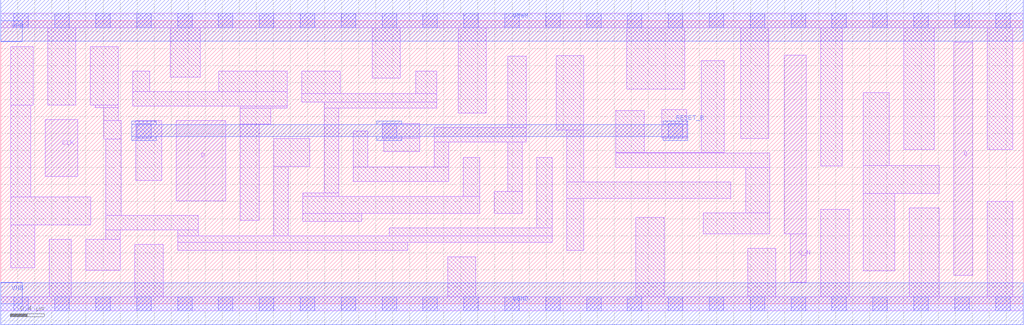
<source format=lef>
# Copyright 2020 The SkyWater PDK Authors
#
# Licensed under the Apache License, Version 2.0 (the "License");
# you may not use this file except in compliance with the License.
# You may obtain a copy of the License at
#
#     https://www.apache.org/licenses/LICENSE-2.0
#
# Unless required by applicable law or agreed to in writing, software
# distributed under the License is distributed on an "AS IS" BASIS,
# WITHOUT WARRANTIES OR CONDITIONS OF ANY KIND, either express or implied.
# See the License for the specific language governing permissions and
# limitations under the License.
#
# SPDX-License-Identifier: Apache-2.0

VERSION 5.5 ;
NAMESCASESENSITIVE ON ;
BUSBITCHARS "[]" ;
DIVIDERCHAR "/" ;
MACRO sky130_fd_sc_lp__dfrbp_2
  CLASS CORE ;
  SOURCE USER ;
  ORIGIN  0.000000  0.000000 ;
  SIZE 12 BY  3.330000 ;
  SYMMETRY R90 ;
  SITE unit ;
  PIN D
    ANTENNAGATEAREA  0.126000 ;
    DIRECTION INPUT ;
    USE SIGNAL ;
    PORT
      LAYER li1 ;
        RECT 2.060000 1.210000 2.640000 2.155000 ;
    END
  END D
  PIN Q
    ANTENNADIFFAREA  0.588000 ;
    DIRECTION OUTPUT ;
    USE SIGNAL ;
    PORT
      LAYER li1 ;
        RECT 11.185000 0.335000 11.410000 3.075000 ;
    END
  END Q
  PIN Q_N
    ANTENNADIFFAREA  0.588000 ;
    DIRECTION OUTPUT ;
    USE SIGNAL ;
    PORT
      LAYER li1 ;
        RECT 9.195000 0.820000 9.455000 2.920000 ;
        RECT 9.265000 0.255000 9.455000 0.820000 ;
    END
  END Q_N
  PIN RESET_B
    ANTENNAGATEAREA  0.378000 ;
    DIRECTION INPUT ;
    USE SIGNAL ;
    PORT
      LAYER met1 ;
        RECT 1.535000 1.920000 1.825000 1.965000 ;
        RECT 1.535000 1.965000 8.065000 2.105000 ;
        RECT 1.535000 2.105000 1.825000 2.150000 ;
        RECT 4.415000 1.920000 4.705000 1.965000 ;
        RECT 4.415000 2.105000 4.705000 2.150000 ;
        RECT 7.775000 1.920000 8.065000 1.965000 ;
        RECT 7.775000 2.105000 8.065000 2.150000 ;
    END
  END RESET_B
  PIN CLK
    ANTENNAGATEAREA  0.159000 ;
    DIRECTION INPUT ;
    USE CLOCK ;
    PORT
      LAYER li1 ;
        RECT 0.525000 1.495000 0.905000 2.165000 ;
    END
  END CLK
  PIN VGND
    DIRECTION INOUT ;
    USE GROUND ;
    PORT
      LAYER met1 ;
        RECT 0.000000 -0.245000 12.000000 0.245000 ;
    END
  END VGND
  PIN VNB
    DIRECTION INOUT ;
    USE GROUND ;
    PORT
    END
  END VNB
  PIN VPB
    DIRECTION INOUT ;
    USE POWER ;
    PORT
    END
  END VPB
  PIN VNB
    DIRECTION INOUT ;
    USE GROUND ;
    PORT
      LAYER met1 ;
        RECT 0.000000 0.000000 0.250000 0.250000 ;
    END
  END VNB
  PIN VPB
    DIRECTION INOUT ;
    USE POWER ;
    PORT
      LAYER met1 ;
        RECT 0.000000 3.080000 0.250000 3.330000 ;
    END
  END VPB
  PIN VPWR
    DIRECTION INOUT ;
    USE POWER ;
    PORT
      LAYER met1 ;
        RECT 0.000000 3.085000 12.000000 3.575000 ;
    END
  END VPWR
  OBS
    LAYER li1 ;
      RECT  0.000000 -0.085000 12.000000 0.085000 ;
      RECT  0.000000  3.245000 12.000000 3.415000 ;
      RECT  0.120000  0.425000  0.400000 0.925000 ;
      RECT  0.120000  0.925000  1.055000 1.255000 ;
      RECT  0.120000  1.255000  0.355000 2.335000 ;
      RECT  0.120000  2.335000  0.380000 3.020000 ;
      RECT  0.550000  2.335000  0.880000 3.245000 ;
      RECT  0.570000  0.085000  0.830000 0.755000 ;
      RECT  1.000000  0.395000  1.405000 0.755000 ;
      RECT  1.050000  2.335000  1.380000 3.020000 ;
      RECT  1.110000  2.305000  1.380000 2.335000 ;
      RECT  1.210000  1.935000  1.415000 2.155000 ;
      RECT  1.210000  2.155000  1.380000 2.305000 ;
      RECT  1.235000  0.755000  1.405000 0.870000 ;
      RECT  1.235000  0.870000  2.315000 1.040000 ;
      RECT  1.235000  1.040000  1.415000 1.935000 ;
      RECT  1.550000  2.325000  3.365000 2.495000 ;
      RECT  1.550000  2.495000  1.750000 2.735000 ;
      RECT  1.575000  0.085000  1.905000 0.700000 ;
      RECT  1.585000  1.450000  1.890000 2.155000 ;
      RECT  1.990000  2.665000  2.340000 3.245000 ;
      RECT  2.075000  0.630000  4.775000 0.720000 ;
      RECT  2.075000  0.720000  6.470000 0.800000 ;
      RECT  2.075000  0.800000  2.315000 0.870000 ;
      RECT  2.560000  2.495000  3.365000 2.735000 ;
      RECT  2.810000  0.980000  3.035000 2.115000 ;
      RECT  2.810000  2.115000  3.170000 2.300000 ;
      RECT  2.810000  2.300000  3.365000 2.325000 ;
      RECT  3.205000  0.800000  3.375000 1.615000 ;
      RECT  3.205000  1.615000  3.625000 1.945000 ;
      RECT  3.535000  2.370000  5.115000 2.470000 ;
      RECT  3.535000  2.470000  3.985000 2.735000 ;
      RECT  3.545000  0.970000  4.235000 1.060000 ;
      RECT  3.545000  1.060000  5.620000 1.260000 ;
      RECT  3.545000  1.260000  3.965000 1.300000 ;
      RECT  3.795000  1.300000  3.965000 2.300000 ;
      RECT  3.795000  2.300000  5.115000 2.370000 ;
      RECT  4.135000  1.440000  5.260000 1.610000 ;
      RECT  4.135000  1.610000  4.305000 2.030000 ;
      RECT  4.360000  2.650000  4.690000 3.245000 ;
      RECT  4.475000  1.950000  4.920000 2.120000 ;
      RECT  4.495000  1.790000  4.920000 1.950000 ;
      RECT  4.560000  0.800000  6.470000 0.890000 ;
      RECT  4.870000  2.470000  5.115000 2.735000 ;
      RECT  5.090000  1.610000  5.260000 1.900000 ;
      RECT  5.090000  1.900000  6.165000 2.070000 ;
      RECT  5.245000  0.085000  5.575000 0.550000 ;
      RECT  5.370000  2.240000  5.700000 3.245000 ;
      RECT  5.430000  1.260000  5.620000 1.720000 ;
      RECT  5.790000  1.060000  6.120000 1.320000 ;
      RECT  5.950000  1.320000  6.120000 1.900000 ;
      RECT  5.950000  2.070000  6.165000 2.910000 ;
      RECT  6.290000  0.890000  6.470000 1.720000 ;
      RECT  6.520000  2.040000  6.840000 2.915000 ;
      RECT  6.640000  0.630000  6.840000 1.240000 ;
      RECT  6.640000  1.240000  8.565000 1.430000 ;
      RECT  6.640000  1.430000  6.840000 2.040000 ;
      RECT  7.220000  1.600000  9.025000 1.770000 ;
      RECT  7.220000  1.770000  8.490000 1.780000 ;
      RECT  7.220000  1.780000  7.550000 2.270000 ;
      RECT  7.345000  2.525000  8.025000 3.245000 ;
      RECT  7.455000  0.085000  7.785000 1.015000 ;
      RECT  7.760000  1.950000  8.050000 2.280000 ;
      RECT  8.220000  1.780000  8.490000 2.855000 ;
      RECT  8.245000  0.820000  9.025000 1.070000 ;
      RECT  8.685000  1.940000  9.015000 3.245000 ;
      RECT  8.745000  1.070000  9.025000 1.600000 ;
      RECT  8.765000  0.085000  9.095000 0.650000 ;
      RECT  9.625000  0.085000  9.955000 1.110000 ;
      RECT  9.625000  1.620000  9.875000 3.245000 ;
      RECT 10.125000  0.385000 10.490000 1.295000 ;
      RECT 10.125000  1.295000 11.015000 1.625000 ;
      RECT 10.125000  1.625000 10.430000 2.485000 ;
      RECT 10.600000  1.815000 10.955000 3.245000 ;
      RECT 10.660000  0.085000 11.015000 1.125000 ;
      RECT 11.580000  0.085000 11.875000 1.205000 ;
      RECT 11.580000  1.815000 11.875000 3.245000 ;
    LAYER mcon ;
      RECT  0.155000 -0.085000  0.325000 0.085000 ;
      RECT  0.155000  3.245000  0.325000 3.415000 ;
      RECT  0.635000 -0.085000  0.805000 0.085000 ;
      RECT  0.635000  3.245000  0.805000 3.415000 ;
      RECT  1.115000 -0.085000  1.285000 0.085000 ;
      RECT  1.115000  3.245000  1.285000 3.415000 ;
      RECT  1.595000 -0.085000  1.765000 0.085000 ;
      RECT  1.595000  1.950000  1.765000 2.120000 ;
      RECT  1.595000  3.245000  1.765000 3.415000 ;
      RECT  2.075000 -0.085000  2.245000 0.085000 ;
      RECT  2.075000  3.245000  2.245000 3.415000 ;
      RECT  2.555000 -0.085000  2.725000 0.085000 ;
      RECT  2.555000  3.245000  2.725000 3.415000 ;
      RECT  3.035000 -0.085000  3.205000 0.085000 ;
      RECT  3.035000  3.245000  3.205000 3.415000 ;
      RECT  3.515000 -0.085000  3.685000 0.085000 ;
      RECT  3.515000  3.245000  3.685000 3.415000 ;
      RECT  3.995000 -0.085000  4.165000 0.085000 ;
      RECT  3.995000  3.245000  4.165000 3.415000 ;
      RECT  4.475000 -0.085000  4.645000 0.085000 ;
      RECT  4.475000  1.950000  4.645000 2.120000 ;
      RECT  4.475000  3.245000  4.645000 3.415000 ;
      RECT  4.955000 -0.085000  5.125000 0.085000 ;
      RECT  4.955000  3.245000  5.125000 3.415000 ;
      RECT  5.435000 -0.085000  5.605000 0.085000 ;
      RECT  5.435000  3.245000  5.605000 3.415000 ;
      RECT  5.915000 -0.085000  6.085000 0.085000 ;
      RECT  5.915000  3.245000  6.085000 3.415000 ;
      RECT  6.395000 -0.085000  6.565000 0.085000 ;
      RECT  6.395000  3.245000  6.565000 3.415000 ;
      RECT  6.875000 -0.085000  7.045000 0.085000 ;
      RECT  6.875000  3.245000  7.045000 3.415000 ;
      RECT  7.355000 -0.085000  7.525000 0.085000 ;
      RECT  7.355000  3.245000  7.525000 3.415000 ;
      RECT  7.835000 -0.085000  8.005000 0.085000 ;
      RECT  7.835000  1.950000  8.005000 2.120000 ;
      RECT  7.835000  3.245000  8.005000 3.415000 ;
      RECT  8.315000 -0.085000  8.485000 0.085000 ;
      RECT  8.315000  3.245000  8.485000 3.415000 ;
      RECT  8.795000 -0.085000  8.965000 0.085000 ;
      RECT  8.795000  3.245000  8.965000 3.415000 ;
      RECT  9.275000 -0.085000  9.445000 0.085000 ;
      RECT  9.275000  3.245000  9.445000 3.415000 ;
      RECT  9.755000 -0.085000  9.925000 0.085000 ;
      RECT  9.755000  3.245000  9.925000 3.415000 ;
      RECT 10.235000 -0.085000 10.405000 0.085000 ;
      RECT 10.235000  3.245000 10.405000 3.415000 ;
      RECT 10.715000 -0.085000 10.885000 0.085000 ;
      RECT 10.715000  3.245000 10.885000 3.415000 ;
      RECT 11.195000 -0.085000 11.365000 0.085000 ;
      RECT 11.195000  3.245000 11.365000 3.415000 ;
      RECT 11.675000 -0.085000 11.845000 0.085000 ;
      RECT 11.675000  3.245000 11.845000 3.415000 ;
  END
END sky130_fd_sc_lp__dfrbp_2
END LIBRARY

</source>
